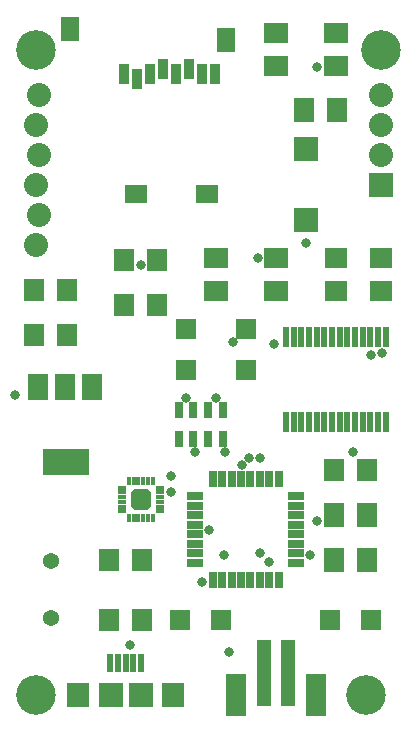
<source format=gts>
G75*
%MOIN*%
%OFA0B0*%
%FSLAX25Y25*%
%IPPOS*%
%LPD*%
%AMOC8*
5,1,8,0,0,1.08239X$1,22.5*
%
%ADD10C,0.13198*%
%ADD11R,0.06899X0.07687*%
%ADD12R,0.07687X0.06899*%
%ADD13R,0.08000X0.08000*%
%ADD14C,0.08000*%
%ADD15R,0.02175X0.06506*%
%ADD16R,0.06500X0.08500*%
%ADD17R,0.15600X0.08500*%
%ADD18R,0.01978X0.06112*%
%ADD19R,0.07687X0.08080*%
%ADD20R,0.08080X0.08080*%
%ADD21R,0.06506X0.06506*%
%ADD22C,0.05400*%
%ADD23R,0.06899X0.08474*%
%ADD24R,0.08474X0.06899*%
%ADD25R,0.08474X0.08474*%
%ADD26R,0.06112X0.08080*%
%ADD27R,0.07687X0.06112*%
%ADD28R,0.03356X0.06506*%
%ADD29R,0.01387X0.02962*%
%ADD30R,0.02962X0.01387*%
%ADD31C,0.03331*%
%ADD32R,0.05600X0.02800*%
%ADD33R,0.02800X0.05600*%
%ADD34R,0.02569X0.05324*%
%ADD35R,0.04537X0.22254*%
%ADD36R,0.06899X0.13986*%
%ADD37C,0.03300*%
D10*
X0012050Y0022667D03*
X0012050Y0237667D03*
X0122050Y0022667D03*
X0127050Y0237667D03*
D11*
X0122562Y0097667D03*
X0111538Y0097667D03*
X0052562Y0152667D03*
X0052562Y0167667D03*
X0041538Y0167667D03*
X0041538Y0152667D03*
X0022562Y0157667D03*
X0022562Y0142667D03*
X0011538Y0142667D03*
X0011538Y0157667D03*
X0036538Y0067667D03*
X0047562Y0067667D03*
X0047562Y0047667D03*
X0036538Y0047667D03*
D12*
X0112050Y0157155D03*
X0112050Y0168178D03*
X0127050Y0168178D03*
X0127050Y0157155D03*
D13*
X0127050Y0192667D03*
D14*
X0127050Y0202667D03*
X0127050Y0212667D03*
X0127050Y0222667D03*
X0013050Y0222667D03*
X0012050Y0212667D03*
X0013050Y0202667D03*
X0012050Y0192667D03*
X0013050Y0182667D03*
X0012050Y0172667D03*
D15*
X0095416Y0141938D03*
X0097975Y0141938D03*
X0100534Y0141938D03*
X0103093Y0141938D03*
X0105652Y0141938D03*
X0108211Y0141938D03*
X0110770Y0141938D03*
X0113330Y0141938D03*
X0115889Y0141938D03*
X0118448Y0141938D03*
X0121007Y0141938D03*
X0123566Y0141938D03*
X0126125Y0141938D03*
X0128684Y0141938D03*
X0128684Y0113395D03*
X0126125Y0113395D03*
X0123566Y0113395D03*
X0121007Y0113395D03*
X0118448Y0113395D03*
X0115889Y0113395D03*
X0113330Y0113395D03*
X0110770Y0113395D03*
X0108211Y0113395D03*
X0105652Y0113395D03*
X0103093Y0113395D03*
X0100534Y0113395D03*
X0097975Y0113395D03*
X0095416Y0113395D03*
D16*
X0030950Y0125067D03*
X0021950Y0125067D03*
X0012950Y0125067D03*
D17*
X0022050Y0100267D03*
D18*
X0036932Y0033100D03*
X0039491Y0033100D03*
X0042050Y0033100D03*
X0044609Y0033100D03*
X0047168Y0033100D03*
D19*
X0057798Y0022667D03*
X0026302Y0022667D03*
D20*
X0037050Y0022667D03*
X0047050Y0022667D03*
D21*
X0060160Y0047667D03*
X0073940Y0047667D03*
X0110160Y0047667D03*
X0123940Y0047667D03*
X0082050Y0130777D03*
X0082050Y0144556D03*
X0062050Y0144556D03*
X0062050Y0130777D03*
D22*
X0017050Y0067167D03*
X0017050Y0048167D03*
D23*
X0101538Y0217667D03*
X0112562Y0217667D03*
X0111538Y0082667D03*
X0111538Y0067667D03*
X0122562Y0067667D03*
X0122562Y0082667D03*
D24*
X0092050Y0157155D03*
X0092050Y0168178D03*
X0072050Y0168178D03*
X0072050Y0157155D03*
X0092050Y0232155D03*
X0092050Y0243178D03*
X0112050Y0243178D03*
X0112050Y0232155D03*
D25*
X0102050Y0204478D03*
X0102050Y0180856D03*
D26*
X0075475Y0240974D03*
X0023507Y0244517D03*
D27*
X0045554Y0189399D03*
X0069176Y0189399D03*
D28*
X0067601Y0229556D03*
X0071932Y0229556D03*
X0063270Y0231131D03*
X0058940Y0229556D03*
X0054609Y0231131D03*
X0050278Y0229556D03*
X0045948Y0227982D03*
X0041617Y0229556D03*
D29*
X0043113Y0093966D03*
X0044688Y0093966D03*
X0046263Y0093966D03*
X0047837Y0093966D03*
X0049412Y0093966D03*
X0050987Y0093966D03*
X0050987Y0081367D03*
X0049412Y0081367D03*
X0047837Y0081367D03*
X0046263Y0081367D03*
X0044688Y0081367D03*
X0043113Y0081367D03*
D30*
X0040751Y0083730D03*
X0040751Y0085304D03*
X0040751Y0086879D03*
X0040751Y0088454D03*
X0040751Y0090029D03*
X0040751Y0091604D03*
X0053349Y0091604D03*
X0053349Y0090029D03*
X0053349Y0088454D03*
X0053349Y0086879D03*
X0053349Y0085304D03*
X0053349Y0083730D03*
D31*
X0045384Y0085686D02*
X0045384Y0089648D01*
X0048716Y0089648D01*
X0048716Y0085686D01*
X0045384Y0085686D01*
X0045384Y0089016D02*
X0048716Y0089016D01*
D32*
X0065150Y0088690D03*
X0065150Y0085541D03*
X0065150Y0082391D03*
X0065150Y0079241D03*
X0065150Y0076092D03*
X0065150Y0072942D03*
X0065150Y0069793D03*
X0065150Y0066643D03*
X0098950Y0066643D03*
X0098950Y0069793D03*
X0098950Y0072942D03*
X0098950Y0076092D03*
X0098950Y0079241D03*
X0098950Y0082391D03*
X0098950Y0085541D03*
X0098950Y0088690D03*
D33*
X0093074Y0094567D03*
X0089924Y0094567D03*
X0086774Y0094567D03*
X0083625Y0094567D03*
X0080475Y0094567D03*
X0077326Y0094567D03*
X0074176Y0094567D03*
X0071026Y0094567D03*
X0071026Y0060767D03*
X0074176Y0060767D03*
X0077326Y0060767D03*
X0080475Y0060767D03*
X0083625Y0060767D03*
X0086774Y0060767D03*
X0089924Y0060767D03*
X0093074Y0060767D03*
D34*
X0074432Y0107942D03*
X0069511Y0107942D03*
X0064589Y0107942D03*
X0059668Y0107942D03*
X0059668Y0117391D03*
X0064589Y0117391D03*
X0069511Y0117391D03*
X0074432Y0117391D03*
D35*
X0088113Y0029753D03*
X0095987Y0029753D03*
D36*
X0105436Y0022667D03*
X0078664Y0022667D03*
D37*
X0076450Y0036867D03*
X0067450Y0060267D03*
X0074650Y0069267D03*
X0069850Y0077667D03*
X0080650Y0099267D03*
X0083050Y0101667D03*
X0086650Y0101667D03*
X0075250Y0103467D03*
X0072250Y0121467D03*
X0065050Y0103467D03*
X0057250Y0095667D03*
X0057250Y0090267D03*
X0062050Y0121467D03*
X0077650Y0140067D03*
X0091450Y0139467D03*
X0086050Y0168267D03*
X0102250Y0173067D03*
X0123850Y0135867D03*
X0127450Y0136467D03*
X0117850Y0103467D03*
X0105850Y0080667D03*
X0103450Y0069267D03*
X0089650Y0066867D03*
X0086650Y0069867D03*
X0043450Y0039267D03*
X0005050Y0122667D03*
X0047050Y0165867D03*
X0105850Y0231867D03*
M02*

</source>
